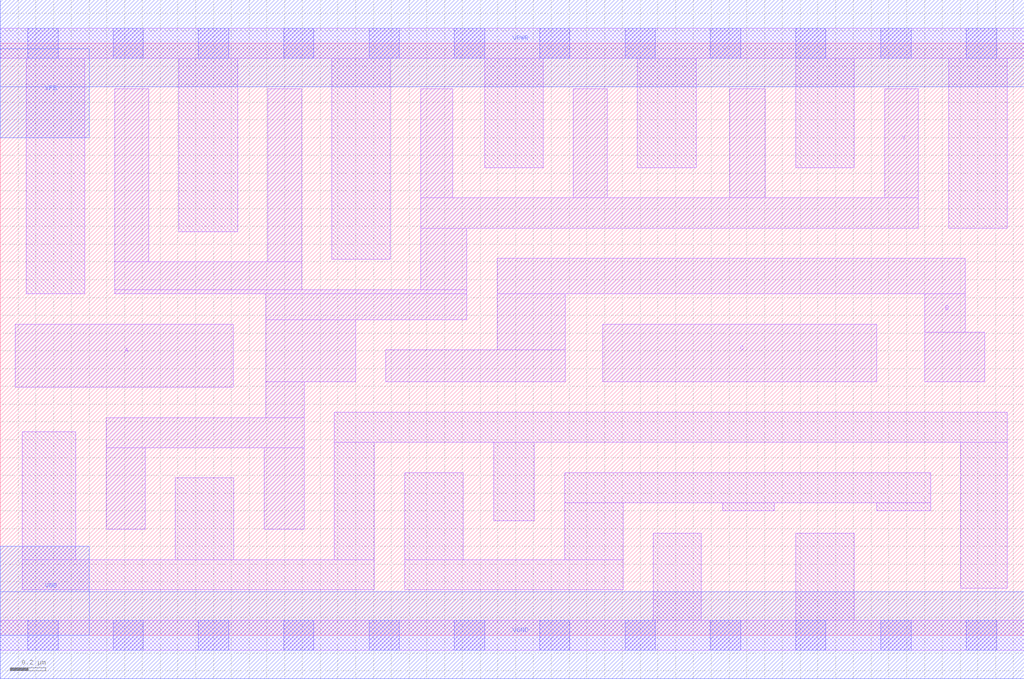
<source format=lef>
# Copyright 2020 The SkyWater PDK Authors
#
# Licensed under the Apache License, Version 2.0 (the "License");
# you may not use this file except in compliance with the License.
# You may obtain a copy of the License at
#
#     https://www.apache.org/licenses/LICENSE-2.0
#
# Unless required by applicable law or agreed to in writing, software
# distributed under the License is distributed on an "AS IS" BASIS,
# WITHOUT WARRANTIES OR CONDITIONS OF ANY KIND, either express or implied.
# See the License for the specific language governing permissions and
# limitations under the License.
#
# SPDX-License-Identifier: Apache-2.0

VERSION 5.5 ;
NAMESCASESENSITIVE ON ;
BUSBITCHARS "[]" ;
DIVIDERCHAR "/" ;
MACRO sky130_fd_sc_lp__nand3_4
  CLASS CORE ;
  SOURCE USER ;
  ORIGIN  0.000000  0.000000 ;
  SIZE  5.760000 BY  3.330000 ;
  SYMMETRY X Y R90 ;
  SITE unit ;
  PIN A
    ANTENNAGATEAREA  1.260000 ;
    DIRECTION INPUT ;
    USE SIGNAL ;
    PORT
      LAYER li1 ;
        RECT 0.085000 1.395000 1.310000 1.750000 ;
    END
  END A
  PIN B
    ANTENNAGATEAREA  1.260000 ;
    DIRECTION INPUT ;
    USE SIGNAL ;
    PORT
      LAYER li1 ;
        RECT 2.170000 1.425000 3.180000 1.605000 ;
        RECT 2.795000 1.605000 3.180000 1.920000 ;
        RECT 2.795000 1.920000 5.430000 2.120000 ;
        RECT 5.200000 1.425000 5.540000 1.705000 ;
        RECT 5.200000 1.705000 5.430000 1.920000 ;
    END
  END B
  PIN C
    ANTENNAGATEAREA  1.260000 ;
    DIRECTION INPUT ;
    USE SIGNAL ;
    PORT
      LAYER li1 ;
        RECT 3.390000 1.425000 4.930000 1.750000 ;
    END
  END C
  PIN Y
    ANTENNADIFFAREA  2.587200 ;
    DIRECTION OUTPUT ;
    USE SIGNAL ;
    PORT
      LAYER li1 ;
        RECT 0.595000 0.595000 0.815000 1.055000 ;
        RECT 0.595000 1.055000 1.710000 1.225000 ;
        RECT 0.645000 1.920000 2.625000 1.945000 ;
        RECT 0.645000 1.945000 1.695000 2.100000 ;
        RECT 0.645000 2.100000 0.835000 3.075000 ;
        RECT 1.485000 0.595000 1.710000 1.055000 ;
        RECT 1.495000 1.225000 1.710000 1.425000 ;
        RECT 1.495000 1.425000 2.000000 1.775000 ;
        RECT 1.495000 1.775000 2.625000 1.920000 ;
        RECT 1.505000 2.100000 1.695000 3.075000 ;
        RECT 2.365000 1.945000 2.625000 2.290000 ;
        RECT 2.365000 2.290000 5.165000 2.460000 ;
        RECT 2.365000 2.460000 2.545000 3.075000 ;
        RECT 3.225000 2.460000 3.415000 3.075000 ;
        RECT 4.105000 2.460000 4.305000 3.075000 ;
        RECT 4.975000 2.460000 5.165000 3.075000 ;
    END
  END Y
  PIN VGND
    DIRECTION INOUT ;
    USE GROUND ;
    PORT
      LAYER met1 ;
        RECT 0.000000 -0.245000 5.760000 0.245000 ;
    END
  END VGND
  PIN VNB
    DIRECTION INOUT ;
    USE GROUND ;
    PORT
      LAYER met1 ;
        RECT 0.000000 0.000000 0.500000 0.500000 ;
    END
  END VNB
  PIN VPB
    DIRECTION INOUT ;
    USE POWER ;
    PORT
      LAYER met1 ;
        RECT 0.000000 2.800000 0.500000 3.300000 ;
    END
  END VPB
  PIN VPWR
    DIRECTION INOUT ;
    USE POWER ;
    PORT
      LAYER met1 ;
        RECT 0.000000 3.085000 5.760000 3.575000 ;
    END
  END VPWR
  OBS
    LAYER li1 ;
      RECT 0.000000 -0.085000 5.760000 0.085000 ;
      RECT 0.000000  3.245000 5.760000 3.415000 ;
      RECT 0.125000  0.255000 2.105000 0.425000 ;
      RECT 0.125000  0.425000 0.425000 1.145000 ;
      RECT 0.145000  1.920000 0.475000 3.245000 ;
      RECT 0.985000  0.425000 1.315000 0.885000 ;
      RECT 1.005000  2.270000 1.335000 3.245000 ;
      RECT 1.865000  2.115000 2.195000 3.245000 ;
      RECT 1.880000  0.425000 2.105000 1.085000 ;
      RECT 1.880000  1.085000 5.665000 1.255000 ;
      RECT 2.275000  0.255000 3.505000 0.425000 ;
      RECT 2.275000  0.425000 2.605000 0.915000 ;
      RECT 2.725000  2.630000 3.055000 3.245000 ;
      RECT 2.775000  0.645000 3.005000 1.085000 ;
      RECT 3.175000  0.425000 3.505000 0.745000 ;
      RECT 3.175000  0.745000 5.235000 0.915000 ;
      RECT 3.585000  2.630000 3.915000 3.245000 ;
      RECT 3.675000  0.085000 3.945000 0.575000 ;
      RECT 4.065000  0.700000 4.355000 0.745000 ;
      RECT 4.475000  0.085000 4.805000 0.575000 ;
      RECT 4.475000  2.630000 4.805000 3.245000 ;
      RECT 4.930000  0.700000 5.235000 0.745000 ;
      RECT 5.335000  2.290000 5.665000 3.245000 ;
      RECT 5.405000  0.265000 5.665000 1.085000 ;
    LAYER mcon ;
      RECT 0.155000 -0.085000 0.325000 0.085000 ;
      RECT 0.155000  3.245000 0.325000 3.415000 ;
      RECT 0.635000 -0.085000 0.805000 0.085000 ;
      RECT 0.635000  3.245000 0.805000 3.415000 ;
      RECT 1.115000 -0.085000 1.285000 0.085000 ;
      RECT 1.115000  3.245000 1.285000 3.415000 ;
      RECT 1.595000 -0.085000 1.765000 0.085000 ;
      RECT 1.595000  3.245000 1.765000 3.415000 ;
      RECT 2.075000 -0.085000 2.245000 0.085000 ;
      RECT 2.075000  3.245000 2.245000 3.415000 ;
      RECT 2.555000 -0.085000 2.725000 0.085000 ;
      RECT 2.555000  3.245000 2.725000 3.415000 ;
      RECT 3.035000 -0.085000 3.205000 0.085000 ;
      RECT 3.035000  3.245000 3.205000 3.415000 ;
      RECT 3.515000 -0.085000 3.685000 0.085000 ;
      RECT 3.515000  3.245000 3.685000 3.415000 ;
      RECT 3.995000 -0.085000 4.165000 0.085000 ;
      RECT 3.995000  3.245000 4.165000 3.415000 ;
      RECT 4.475000 -0.085000 4.645000 0.085000 ;
      RECT 4.475000  3.245000 4.645000 3.415000 ;
      RECT 4.955000 -0.085000 5.125000 0.085000 ;
      RECT 4.955000  3.245000 5.125000 3.415000 ;
      RECT 5.435000 -0.085000 5.605000 0.085000 ;
      RECT 5.435000  3.245000 5.605000 3.415000 ;
  END
END sky130_fd_sc_lp__nand3_4
END LIBRARY

</source>
